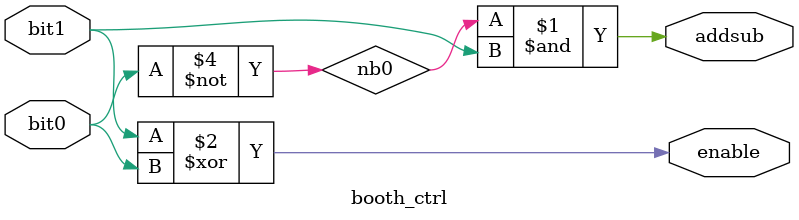
<source format=v>
module booth_ctrl(addsub, enable, bit1, bit0);

	input bit1, bit0;
	output addsub, enable;
	
	wire nb1, nb0;
	
	not notb1(nb1, bit1);
	not notb0(nb0, bit0);
	
	// outputs 1 for sub
	
	and as(addsub, nb0, bit1);
	xor e(enable, bit1, bit0);
endmodule

</source>
